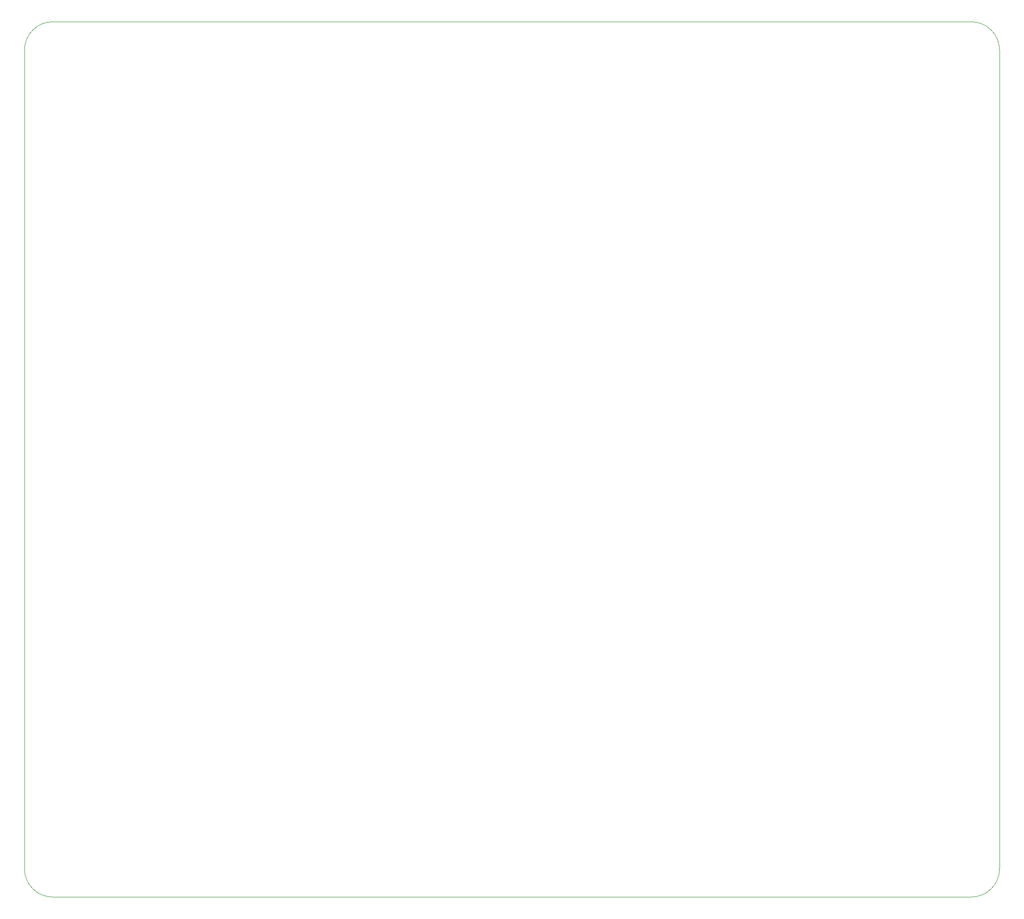
<source format=gm1>
%TF.GenerationSoftware,KiCad,Pcbnew,6.0.9-8da3e8f707~116~ubuntu20.04.1*%
%TF.CreationDate,2022-11-18T21:38:56+01:00*%
%TF.ProjectId,WD6502,57443635-3032-42e6-9b69-6361645f7063,rev?*%
%TF.SameCoordinates,Original*%
%TF.FileFunction,Profile,NP*%
%FSLAX46Y46*%
G04 Gerber Fmt 4.6, Leading zero omitted, Abs format (unit mm)*
G04 Created by KiCad (PCBNEW 6.0.9-8da3e8f707~116~ubuntu20.04.1) date 2022-11-18 21:38:56*
%MOMM*%
%LPD*%
G01*
G04 APERTURE LIST*
%TA.AperFunction,Profile*%
%ADD10C,0.038100*%
%TD*%
G04 APERTURE END LIST*
D10*
X226060000Y-30480000D02*
G75*
G03*
X220980000Y-25400000I-5080000J0D01*
G01*
X226060000Y-30480000D02*
X226060000Y-177800000D01*
X55880000Y-25400000D02*
X220980000Y-25400000D01*
X55880000Y-25400000D02*
G75*
G03*
X50800000Y-30480000I0J-5080000D01*
G01*
X220980000Y-182880000D02*
G75*
G03*
X226060000Y-177800000I0J5080000D01*
G01*
X55880000Y-182880000D02*
X220980000Y-182880000D01*
X50800000Y-177800000D02*
X50800000Y-30480000D01*
X50800000Y-177800000D02*
G75*
G03*
X55880000Y-182880000I5080000J0D01*
G01*
M02*

</source>
